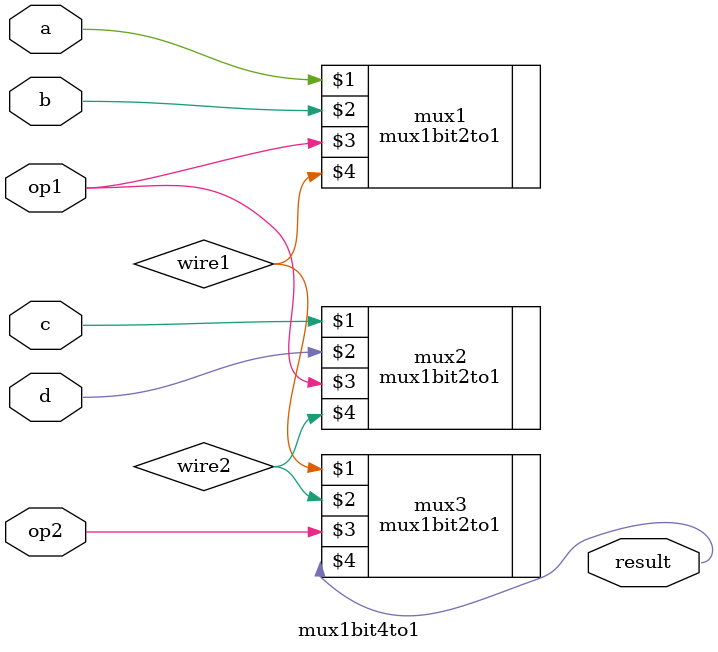
<source format=v>
`timescale 1ns / 1ps


module mux1bit4to1(a, b, c, d, op1, op2, result);
input a, b, c, d;
input op1, op2;
output result;
wire wire1, wire2;
mux1bit2to1 mux1(a, b, op1, wire1);
mux1bit2to1 mux2(c, d, op1, wire2);
mux1bit2to1 mux3(wire1, wire2, op2, result);
endmodule

</source>
